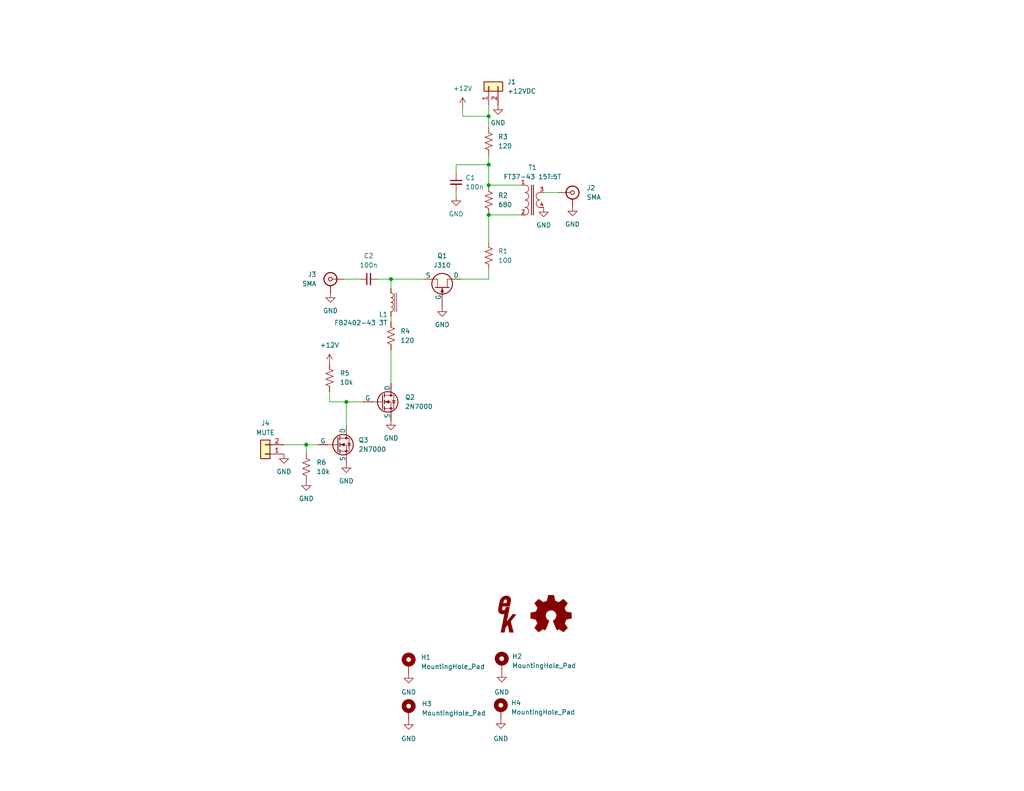
<source format=kicad_sch>
(kicad_sch (version 20230121) (generator eeschema)
  (paper "USLetter")
  (title_block (title "Project Yamhill") (rev "A") (company "Etherkit"))
  (lib_symbols
    (symbol "Connector_Generic:Conn_01x02" (pin_names (offset 1.016) hide)
      (property "Reference" "J" (at 0 2.54 0))
      (property "Value" "Conn_01x02" (at 0 -5.08 0))
      (symbol "Conn_01x02_1_1"
        (rectangle (start -1.27 -2.413) (end 0 -2.667) (stroke (width 0.1524)))
        (rectangle (start -1.27 0.127) (end 0 -0.127) (stroke (width 0.1524)))
        (rectangle (start -1.27 1.27) (end 1.27 -3.81) (stroke (width 0.254)) (fill (type background)))
        (pin passive line (at -5.08 0 0) (length 3.81) (name "Pin_1") (number "1"))
        (pin passive line (at -5.08 -2.54 0) (length 3.81) (name "Pin_2") (number "2"))
      )
    )
    (symbol "Device:C_Small" (pin_numbers hide) (pin_names (offset 0.254) hide)
      (property "Reference" "C" (at 0.254 1.778 0))
      (property "Value" "C_Small" (at 0.254 -2.032 0))
      (symbol "C_Small_0_1"
        (polyline (pts (xy -1.524 -0.508) (xy 1.524 -0.508)) (stroke (width 0.3302)))
        (polyline (pts (xy -1.524 0.508) (xy 1.524 0.508)) (stroke (width 0.3048)))
      )
      (symbol "C_Small_1_1"
        (pin passive line (at 0 2.54 270) (length 2.032) (name "~") (number "1"))
        (pin passive line (at 0 -2.54 90) (length 2.032) (name "~") (number "2"))
      )
    )
    (symbol "Device:L_Iron" (pin_numbers hide) (pin_names (offset 1.016) hide)
      (property "Reference" "L" (at -1.27 0 90))
      (property "Value" "L_Iron" (at 2.794 0 90))
      (symbol "L_Iron_0_1"
        (arc (start 0 -2.54) (mid 0.6323 -1.905) (end 0 -1.27))
        (arc (start 0 -1.27) (mid 0.6323 -0.635) (end 0 0))
        (polyline (pts (xy 1.016 2.54) (xy 1.016 -2.54)))
        (polyline (pts (xy 1.524 -2.54) (xy 1.524 2.54)))
        (arc (start 0 0) (mid 0.6323 0.635) (end 0 1.27))
        (arc (start 0 1.27) (mid 0.6323 1.905) (end 0 2.54))
      )
      (symbol "L_Iron_1_1"
        (pin passive line (at 0 3.81 270) (length 1.27) (name "1") (number "1"))
        (pin passive line (at 0 -3.81 90) (length 1.27) (name "2") (number "2"))
      )
    )
    (symbol "Device:R_US" (pin_numbers hide) (pin_names (offset 0))
      (property "Reference" "R" (at 2.54 0 90))
      (property "Value" "R_US" (at -2.54 0 90))
      (symbol "R_US_0_1"
        (polyline (pts (xy 0 -2.286) (xy 0 -2.54)))
        (polyline (pts (xy 0 2.286) (xy 0 2.54)))
        (polyline (pts (xy 0 -0.762) (xy 1.016 -1.143) (xy 0 -1.524) (xy -1.016 -1.905) (xy 0 -2.286)))
        (polyline (pts (xy 0 0.762) (xy 1.016 0.381) (xy 0 0) (xy -1.016 -0.381) (xy 0 -0.762)))
        (polyline (pts (xy 0 2.286) (xy 1.016 1.905) (xy 0 1.524) (xy -1.016 1.143) (xy 0 0.762)))
      )
      (symbol "R_US_1_1"
        (pin passive line (at 0 3.81 270) (length 1.27) (name "~") (number "1"))
        (pin passive line (at 0 -3.81 90) (length 1.27) (name "~") (number "2"))
      )
    )
    (symbol "EtherkitKicadLibrary:BNC" (pin_numbers hide) (pin_names (offset 1.016) hide)
      (property "Reference" "J" (at 0 4.572 0))
      (property "Value" "BNC" (at 0 2.794 0))
      (symbol "BNC_0_1"
        (circle (center 0 0) (radius 0.508) (stroke (width 0.2032)))
        (circle (center 0 0) (radius 1.778) (stroke (width 0.3048)))
      )
      (symbol "BNC_1_1"
        (pin passive line (at -3.81 0 0) (length 3.302) (name "In") (number "1"))
        (pin passive line (at 0 -3.81 90) (length 1.905) (name "Ext") (number "2"))
      )
    )
    (symbol "EtherkitKicadLibrary:LOGO" (pin_names (offset 1.016))
      (symbol "LOGO_0_0"
        (polyline (pts (xy -0.7475 -4.875) (xy -0.7392 -4.83) (xy -0.7178 -4.7189) (xy -0.6879 -4.5659) (xy -0.6523 -4.3851) (xy -0.6135 -4.1903) (xy -0.5018 -3.6307) (xy -0.197 -3.2903) (xy -0.1646 -3.2542) (xy -0.0551 -3.1338) (xy 0.0366 -3.0352) (xy 0.1017 -2.9677) (xy 0.1315 -2.9408) (xy 0.1365 -2.9489) (xy 0.155 -3.0102) (xy 0.1838 -3.125) (xy 0.2211 -3.2856) (xy 0.2651 -3.4844) (xy 0.3142 -3.7137) (xy 0.3664 -3.9658) (xy 0.5778 -5) (xy 1.1222 -5) (xy 1.2378 -4.9996) (xy 1.4316 -4.9961) (xy 1.5649 -4.989) (xy 1.6419 -4.9777) (xy 1.6666 -4.9622) (xy 1.663 -4.9437) (xy 1.6438 -4.8666) (xy 1.6098 -4.7364) (xy 1.5628 -4.5598) (xy 1.5046 -4.3435) (xy 1.437 -4.0944) (xy 1.3618 -3.8192) (xy 1.2809 -3.5246) (xy 1.2287 -3.3348) (xy 1.1509 -3.0506) (xy 1.0799 -2.7894) (xy 1.0175 -2.5581) (xy 0.9656 -2.3637) (xy 0.926 -2.2129) (xy 0.9005 -2.1127) (xy 0.891 -2.0698) (xy 0.9054 -2.0396) (xy 0.9573 -1.9618) (xy 1.0423 -1.844) (xy 1.1559 -1.6925) (xy 1.2932 -1.5137) (xy 1.4495 -1.3137) (xy 1.6201 -1.099) (xy 1.7685 -0.9135) (xy 1.9293 -0.7119) (xy 2.0731 -0.5312) (xy 2.1948 -0.3776) (xy 2.2896 -0.2573) (xy 2.3525 -0.1766) (xy 2.3786 -0.1416) (xy 2.3787 -0.1415) (xy 2.3748 -0.1247) (xy 2.3346 -0.1129) (xy 2.2506 -0.1052) (xy 2.1151 -0.1012) (xy 1.9205 -0.1) (xy 1.4372 -0.1) (xy 0.6284 -1.132) (xy 0.5759 -1.1989) (xy 0.4011 -1.4209) (xy 0.2406 -1.6235) (xy 0.0987 -1.8012) (xy -0.02 -1.9484) (xy -0.1111 -2.0596) (xy -0.1701 -2.1292) (xy -0.1926 -2.1518) (xy -0.1923 -2.147) (xy -0.1832 -2.0918) (xy -0.1629 -1.9807) (xy -0.1327 -1.8203) (xy -0.0939 -1.6176) (xy -0.048 -1.3794) (xy 0.0038 -1.1127) (xy 0.0601 -0.8241) (xy 0.1194 -0.5207) (xy 0.1806 -0.2092) (xy 0.2422 0.1034) (xy 0.303 0.4104) (xy 0.3614 0.7049) (xy 0.4163 0.98) (xy 0.4662 1.2289) (xy 0.5098 1.4447) (xy 0.5457 1.6206) (xy 0.5727 1.7496) (xy 0.5893 1.825) (xy 0.6072 1.9) (xy 0.1073 1.9) (xy -0.3925 1.9) (xy -0.4342 1.675) (xy -0.499 1.4316) (xy -0.6002 1.2291) (xy -0.7342 1.0838) (xy -0.9006 0.9961) (xy -1.0987 0.9667) (xy -1.1609 0.974) (xy -1.2874 1.0299) (xy -1.3917 1.1269) (xy -1.4526 1.2482) (xy -1.4564 1.2857) (xy -1.4504 1.3934) (xy -1.4298 1.5453) (xy -1.3961 1.7283) (xy -1.3167 2.1167) (xy -0.3327 2.1255) (xy 0.6514 2.1344) (xy 0.7958 2.8849) (xy 0.8025 2.9198) (xy 0.8589 3.2262) (xy 0.8991 3.4782) (xy 0.9233 3.6852) (xy 0.9317 3.8567) (xy 0.9241 4.0019) (xy 0.9007 4.1304) (xy 0.8616 4.2514) (xy 0.8069 4.3744) (xy 0.7638 4.4545) (xy 0.6047 4.6644) (xy 0.4032 4.823) (xy 0.1589 4.9308) (xy -0.1287 4.9878) (xy -0.1579 4.9905) (xy -0.4377 4.9806) (xy -0.7232 4.9128) (xy -1.0046 4.7932) (xy -1.272 4.6277) (xy -1.5155 4.4223) (xy -1.7252 4.183) (xy -1.8913 3.9159) (xy -1.9165 3.8634) (xy -1.9482 3.787) (xy -1.9792 3.6966) (xy -2.0114 3.5851) (xy -2.0466 3.4449) (xy -2.0866 3.2687) (xy -2.1333 3.049) (xy -2.1498 2.968) (xy -1.1571 2.968) (xy -1.1549 2.9908) (xy -1.1525 2.9998) (xy -1.1352 3.0719) (xy -1.1099 3.1842) (xy -1.0812 3.3167) (xy -1.0754 3.3437) (xy -1.0195 3.5554) (xy -0.9547 3.7135) (xy -0.875 3.8295) (xy -0.7744 3.9152) (xy -0.6845 3.9662) (xy -0.5192 4.019) (xy -0.3652 4.0182) (xy -0.2331 3.9646) (xy -0.1335 3.8592) (xy -0.1289 3.8513) (xy -0.0862 3.7421) (xy -0.0719 3.6042) (xy -0.086 3.427) (xy -0.1282 3.2) (xy -0.1834 2.95) (xy -0.6776 2.9408) (xy -0.721 2.94) (xy -0.8996 2.9375) (xy -1.023 2.938) (xy -1.1007 2.9426) (xy -1.1422 2.9523) (xy -1.1571 2.968) (xy -2.1498 2.968) (xy -2.1885 2.7786) (xy -2.254 2.45) (xy -2.2784 2.3256) (xy -2.3436 1.9784) (xy -2.393 1.6859) (xy -2.4271 1.4409) (xy -2.4464 1.2359) (xy -2.4514 1.0636) (xy -2.4429 0.9165) (xy -2.4212 0.7874) (xy -2.3869 0.6687) (xy -2.3194 0.5275) (xy -2.1842 0.3503) (xy -2.0088 0.1938) (xy -1.8079 0.073) (xy -1.7593 0.0508) (xy -1.6803 0.0201) (xy -1.6007 0.0004) (xy -1.504 -0.0106) (xy -1.3737 -0.0155) (xy -1.1932 -0.0166) (xy -1.0296 -0.017) (xy -0.908 -0.0195) (xy -0.8331 -0.0256) (xy -0.7946 -0.0372) (xy -0.7822 -0.0558) (xy -0.7855 -0.0833) (xy -0.7943 -0.1252) (xy -0.8147 -0.2255) (xy -0.8455 -0.3779) (xy -0.8854 -0.5764) (xy -0.9333 -0.8146) (xy -0.9878 -1.0864) (xy -1.0478 -1.3857) (xy -1.112 -1.7062) (xy -1.1792 -2.0418) (xy -1.2481 -2.3862) (xy -1.3175 -2.7333) (xy -1.3861 -3.0769) (xy -1.4528 -3.4108) (xy -1.5163 -3.7289) (xy -1.5753 -4.0248) (xy -1.6286 -4.2926) (xy -1.675 -4.5259) (xy -1.7133 -4.7185) (xy -1.7422 -4.8644) (xy -1.7604 -4.9573) (xy -1.7667 -4.991) (xy -1.7588 -4.9926) (xy -1.6988 -4.9955) (xy -1.5893 -4.9978) (xy -1.442 -4.9994) (xy -1.2682 -5) (xy -0.7697 -5) (xy -0.7475 -4.875)) (stroke (width 0.01)) (fill (type outline)))
      )
    )
    (symbol "EtherkitKicadLibrary:TRANSFORMER_STEP" (pin_names (offset 1.016) hide)
      (property "Reference" "T" (at 0 8.763 0))
      (property "Value" "TRANSFORMER" (at 0 6.858 0))
      (symbol "TRANSFORMER_STEP_0_1"
        (arc (start -2.032 -4.064) (mid -1.0204 -3.048) (end -2.032 -2.032) (stroke (width 0.1524)))
        (arc (start -2.032 -2.032) (mid -1.0204 -1.016) (end -2.032 0) (stroke (width 0.1524)))
        (arc (start -2.032 0) (mid -1.0204 1.016) (end -2.032 2.032) (stroke (width 0.1524)))
        (arc (start -2.032 2.032) (mid -1.0204 3.048) (end -2.032 4.064) (stroke (width 0.1524)))
        (polyline (pts (xy -0.254 4.064) (xy -0.254 -4.064)) (stroke (width 0.2286)))
        (polyline (pts (xy 0.254 4.064) (xy 0.254 -4.064)) (stroke (width 0.2286)))
        (arc (start 2.0276 0) (mid 1.016 -1.016) (end 2.0276 -2.032) (stroke (width 0.1524)))
        (arc (start 2.0276 2.032) (mid 1.016 1.016) (end 2.0276 0) (stroke (width 0.1524)))
      )
      (symbol "TRANSFORMER_STEP_1_1"
        (pin passive line (at -3.048 4.064 0) (length 1.016) (name "1") (number "1"))
        (pin passive line (at -3.048 -4.064 0) (length 1.016) (name "2") (number "2"))
        (pin passive line (at 3.048 2.032 180) (length 1.016) (name "3") (number "3"))
        (pin passive line (at 3.048 -2.032 180) (length 1.016) (name "4") (number "4"))
      )
    )
    (symbol "Graphic:Logo_Open_Hardware_Small" (in_bom no) (on_board no)
      (symbol "Logo_Open_Hardware_Small_0_1"
        (polyline (pts (xy 3.3528 -4.3434) (xy 3.302 -4.318) (xy 3.175 -4.2418) (xy 2.9972 -4.1148) (xy 2.7686 -3.9624) (xy 2.54 -3.81) (xy 2.3622 -3.7084) (xy 2.2352 -3.6068) (xy 2.1844 -3.5814) (xy 2.159 -3.6068) (xy 2.0574 -3.6576) (xy 1.905 -3.7338) (xy 1.8034 -3.7846) (xy 1.6764 -3.8354) (xy 1.6002 -3.8354) (xy 1.6002 -3.8354) (xy 1.5494 -3.7338) (xy 1.4732 -3.5306) (xy 1.3462 -3.302) (xy 1.2446 -3.0226) (xy 1.1176 -2.7178) (xy 0.9652 -2.413) (xy 0.8636 -2.1082) (xy 0.7366 -1.8288) (xy 0.6604 -1.6256) (xy 0.6096 -1.4732) (xy 0.5842 -1.397) (xy 0.5842 -1.397) (xy 0.6604 -1.3208) (xy 0.7874 -1.2446) (xy 1.0414 -1.016) (xy 1.2954 -0.6858) (xy 1.4478 -0.3302) (xy 1.524 0.0762) (xy 1.4732 0.4572) (xy 1.3208 0.8128) (xy 1.0668 1.143) (xy 0.762 1.3716) (xy 0.4064 1.524) (xy 0 1.5748) (xy -0.381 1.5494) (xy -0.7366 1.397) (xy -1.0668 1.143) (xy -1.2192 0.9906) (xy -1.397 0.6604) (xy -1.524 0.3048) (xy -1.524 0.2286) (xy -1.4986 -0.1778) (xy -1.397 -0.5334) (xy -1.1938 -0.8636) (xy -0.9144 -1.143) (xy -0.8636 -1.1684) (xy -0.7366 -1.27) (xy -0.635 -1.3462) (xy -0.5842 -1.397) (xy -1.0668 -2.5908) (xy -1.143 -2.794) (xy -1.2954 -3.1242) (xy -1.397 -3.4036) (xy -1.4986 -3.6322) (xy -1.5748 -3.7846) (xy -1.6002 -3.8354) (xy -1.6002 -3.8354) (xy -1.651 -3.8354) (xy -1.7272 -3.81) (xy -1.905 -3.7338) (xy -2.0066 -3.683) (xy -2.1336 -3.6068) (xy -2.2098 -3.5814) (xy -2.2606 -3.6068) (xy -2.3622 -3.683) (xy -2.54 -3.81) (xy -2.7686 -3.9624) (xy -2.9718 -4.0894) (xy -3.1496 -4.2164) (xy -3.302 -4.318) (xy -3.3528 -4.3434) (xy -3.3782 -4.3434) (xy -3.429 -4.318) (xy -3.5306 -4.2164) (xy -3.7084 -4.064) (xy -3.937 -3.8354) (xy -3.9624 -3.81) (xy -4.1656 -3.6068) (xy -4.318 -3.4544) (xy -4.4196 -3.3274) (xy -4.445 -3.2766) (xy -4.445 -3.2766) (xy -4.4196 -3.2258) (xy -4.318 -3.0734) (xy -4.2164 -2.8956) (xy -4.064 -2.667) (xy -3.6576 -2.0828) (xy -3.8862 -1.5494) (xy -3.937 -1.3716) (xy -4.0386 -1.1684) (xy -4.0894 -1.0414) (xy -4.1148 -0.9652) (xy -4.191 -0.9398) (xy -4.318 -0.9144) (xy -4.5466 -0.8636) (xy -4.8006 -0.8128) (xy -5.0546 -0.7874) (xy -5.2578 -0.7366) (xy -5.4356 -0.7112) (xy -5.5118 -0.6858) (xy -5.5118 -0.6858) (xy -5.5372 -0.635) (xy -5.5372 -0.5588) (xy -5.5372 -0.4318) (xy -5.5626 -0.2286) (xy -5.5626 0.0762) (xy -5.5626 0.127) (xy -5.5372 0.4064) (xy -5.5372 0.635) (xy -5.5372 0.762) (xy -5.5372 0.8382) (xy -5.5372 0.8382) (xy -5.461 0.8382) (xy -5.3086 0.889) (xy -5.08 0.9144) (xy -4.826 0.9652) (xy -4.8006 0.9906) (xy -4.5466 1.0414) (xy -4.318 1.0668) (xy -4.1656 1.1176) (xy -4.0894 1.143) (xy -4.0894 1.143) (xy -4.0386 1.2446) (xy -3.9624 1.4224) (xy -3.8608 1.6256) (xy -3.7846 1.8288) (xy -3.7084 2.0066) (xy -3.6576 2.159) (xy -3.6322 2.2098) (xy -3.6322 2.2098) (xy -3.683 2.286) (xy -3.7592 2.413) (xy -3.8862 2.5908) (xy -4.064 2.8194) (xy -4.064 2.8448) (xy -4.2164 3.0734) (xy -4.3434 3.2512) (xy -4.4196 3.3782) (xy -4.445 3.4544) (xy -4.445 3.4544) (xy -4.3942 3.5052) (xy -4.2926 3.6322) (xy -4.1148 3.81) (xy -3.937 4.0132) (xy -3.8608 4.064) (xy -3.6576 4.2926) (xy -3.5052 4.4196) (xy -3.4036 4.4958) (xy -3.3528 4.5212) (xy -3.3528 4.5212) (xy -3.302 4.4704) (xy -3.1496 4.3688) (xy -2.9718 4.2418) (xy -2.7432 4.0894) (xy -2.7178 4.0894) (xy -2.4892 3.937) (xy -2.3114 3.81) (xy -2.1844 3.7084) (xy -2.1336 3.683) (xy -2.1082 3.683) (xy -2.032 3.7084) (xy -1.8542 3.7592) (xy -1.6764 3.8354) (xy -1.4732 3.937) (xy -1.27 4.0132) (xy -1.143 4.064) (xy -1.0668 4.1148) (xy -1.0668 4.1148) (xy -1.0414 4.191) (xy -1.016 4.3434) (xy -0.9652 4.572) (xy -0.9144 4.8514) (xy -0.889 4.9022) (xy -0.8382 5.1562) (xy -0.8128 5.3848) (xy -0.7874 5.5372) (xy -0.762 5.588) (xy -0.7112 5.6134) (xy -0.5842 5.6134) (xy -0.4064 5.6134) (xy -0.1524 5.6134) (xy 0.0762 5.6134) (xy 0.3302 5.6134) (xy 0.5334 5.6134) (xy 0.6858 5.588) (xy 0.7366 5.588) (xy 0.7366 5.588) (xy 0.762 5.5118) (xy 0.8128 5.334) (xy 0.8382 5.1054) (xy 0.9144 4.826) (xy 0.9144 4.7752) (xy 0.9652 4.5212) (xy 1.016 4.2926) (xy 1.0414 4.1402) (xy 1.0668 4.0894) (xy 1.0668 4.0894) (xy 1.1938 4.0386) (xy 1.3716 3.9624) (xy 1.5748 3.8608) (xy 2.0828 3.6576) (xy 2.7178 4.0894) (xy 2.7686 4.1402) (xy 2.9972 4.2926) (xy 3.175 4.4196) (xy 3.302 4.4958) (xy 3.3782 4.5212) (xy 3.3782 4.5212) (xy 3.429 4.4704) (xy 3.556 4.3434) (xy 3.7338 4.191) (xy 3.9116 3.9878) (xy 4.064 3.8354) (xy 4.2418 3.6576) (xy 4.3434 3.556) (xy 4.4196 3.4798) (xy 4.4196 3.429) (xy 4.4196 3.4036) (xy 4.3942 3.3274) (xy 4.2926 3.2004) (xy 4.1656 2.9972) (xy 4.0132 2.794) (xy 3.8862 2.5908) (xy 3.7592 2.3876) (xy 3.6576 2.2352) (xy 3.6322 2.159) (xy 3.6322 2.1336) (xy 3.683 2.0066) (xy 3.7592 1.8288) (xy 3.8608 1.6002) (xy 4.064 1.1176) (xy 4.3942 1.0414) (xy 4.5974 1.016) (xy 4.8768 0.9652) (xy 5.1308 0.9144) (xy 5.5372 0.8382) (xy 5.5626 -0.6604) (xy 5.4864 -0.6858) (xy 5.4356 -0.6858) (xy 5.2832 -0.7366) (xy 5.0546 -0.762) (xy 4.8006 -0.8128) (xy 4.5974 -0.8636) (xy 4.3688 -0.9144) (xy 4.2164 -0.9398) (xy 4.1402 -0.9398) (xy 4.1148 -0.9652) (xy 4.064 -1.0668) (xy 3.9878 -1.2446) (xy 3.9116 -1.4478) (xy 3.81 -1.651) (xy 3.7338 -1.8542) (xy 3.683 -2.0066) (xy 3.6576 -2.0828) (xy 3.683 -2.1336) (xy 3.7846 -2.2606) (xy 3.8862 -2.4638) (xy 4.0386 -2.667) (xy 4.191 -2.8956) (xy 4.318 -3.0734) (xy 4.3942 -3.2004) (xy 4.445 -3.2766) (xy 4.4196 -3.3274) (xy 4.3434 -3.429) (xy 4.1656 -3.5814) (xy 3.937 -3.8354) (xy 3.8862 -3.8608) (xy 3.683 -4.064) (xy 3.5306 -4.2164) (xy 3.4036 -4.318) (xy 3.3528 -4.3434)) (fill (type outline)))
      )
    )
    (symbol "Mechanical:MountingHole_Pad" (pin_numbers hide) (pin_names (offset 1.016) hide)
      (property "Reference" "H" (at 0 6.35 0))
      (property "Value" "MountingHole_Pad" (at 0 4.445 0))
      (symbol "MountingHole_Pad_0_1"
        (circle (center 0 1.27) (radius 1.27) (stroke (width 1.27)))
      )
      (symbol "MountingHole_Pad_1_1"
        (pin input line (at 0 -2.54 90) (length 2.54) (name "1") (number "1"))
      )
    )
    (symbol "Simulation_SPICE:NJFET" (pin_numbers hide) (pin_names (offset 0))
      (property "Reference" "Q" (at 5.08 1.27 0))
      (property "Value" "NJFET" (at 5.08 -1.27 0))
      (symbol "NJFET_0_1"
        (polyline (pts (xy 0.254 1.905) (xy 0.254 -1.905) (xy 0.254 -1.905)) (stroke (width 0.254)))
        (polyline (pts (xy 2.54 -2.54) (xy 2.54 -1.27) (xy 0.254 -1.27)))
        (polyline (pts (xy 2.54 2.54) (xy 2.54 1.397) (xy 0.254 1.397)))
        (polyline (pts (xy 0 0) (xy -1.016 0.381) (xy -1.016 -0.381) (xy 0 0)) (fill (type outline)))
        (circle (center 1.27 0) (radius 2.8194) (stroke (width 0.254)))
      )
      (symbol "NJFET_1_1"
        (pin passive line (at 2.54 5.08 270) (length 2.54) (name "D") (number "1"))
        (pin input line (at -5.08 0 0) (length 5.334) (name "G") (number "2"))
        (pin passive line (at 2.54 -5.08 90) (length 2.54) (name "S") (number "3"))
      )
    )
    (symbol "Simulation_SPICE:NMOS" (pin_numbers hide) (pin_names (offset 0))
      (property "Reference" "Q" (at 5.08 1.27 0))
      (property "Value" "NMOS" (at 5.08 -1.27 0))
      (symbol "NMOS_0_1"
        (polyline (pts (xy 0.254 0) (xy -2.54 0)))
        (polyline (pts (xy 0.254 1.905) (xy 0.254 -1.905)) (stroke (width 0.254)))
        (polyline (pts (xy 0.762 -1.27) (xy 0.762 -2.286)) (stroke (width 0.254)))
        (polyline (pts (xy 0.762 0.508) (xy 0.762 -0.508)) (stroke (width 0.254)))
        (polyline (pts (xy 0.762 2.286) (xy 0.762 1.27)) (stroke (width 0.254)))
        (polyline (pts (xy 2.54 2.54) (xy 2.54 1.778)))
        (polyline (pts (xy 2.54 -2.54) (xy 2.54 0) (xy 0.762 0)))
        (polyline (pts (xy 0.762 -1.778) (xy 3.302 -1.778) (xy 3.302 1.778) (xy 0.762 1.778)))
        (polyline (pts (xy 1.016 0) (xy 2.032 0.381) (xy 2.032 -0.381) (xy 1.016 0)) (fill (type outline)))
        (polyline (pts (xy 2.794 0.508) (xy 2.921 0.381) (xy 3.683 0.381) (xy 3.81 0.254)))
        (polyline (pts (xy 3.302 0.381) (xy 2.921 -0.254) (xy 3.683 -0.254) (xy 3.302 0.381)))
        (circle (center 1.651 0) (radius 2.794) (stroke (width 0.254)))
        (circle (center 2.54 -1.778) (radius 0.254) (fill (type outline)))
        (circle (center 2.54 1.778) (radius 0.254) (fill (type outline)))
      )
      (symbol "NMOS_1_1"
        (pin passive line (at 2.54 5.08 270) (length 2.54) (name "D") (number "1"))
        (pin input line (at -5.08 0 0) (length 2.54) (name "G") (number "2"))
        (pin passive line (at 2.54 -5.08 90) (length 2.54) (name "S") (number "3"))
      )
    )
    (symbol "power:+12V" (power) (pin_names (offset 0))
      (property "Value" "+12V" (at 0 3.556 0))
      (symbol "+12V_0_1"
        (polyline (pts (xy -0.762 1.27) (xy 0 2.54)))
        (polyline (pts (xy 0 0) (xy 0 2.54)))
        (polyline (pts (xy 0 2.54) (xy 0.762 1.27)))
      )
      (symbol "+12V_1_1"
        (pin power_in line (at 0 0 90) (length 0) hide (name "+12V") (number "1"))
      )
    )
    (symbol "power:GND" (power) (pin_names (offset 0))
      (property "Value" "GND" (at 0 -3.81 0))
      (symbol "GND_0_1"
        (polyline (pts (xy 0 0) (xy 0 -1.27) (xy 1.27 -1.27) (xy 0 -2.54) (xy -1.27 -1.27) (xy 0 -1.27)))
      )
      (symbol "GND_1_1"
        (pin power_in line (at 0 0 270) (length 0) hide (name "GND") (number "1"))
      )
    )
  )
  (junction (at 83.566 121.412))
  (junction (at 106.68 76.2))
  (junction (at 133.35 31.75))
  (junction (at 133.35 50.546))
  (junction (at 133.35 58.674))
  (junction (at 133.35 44.958))
  (junction (at 94.488 109.728))
  (wire (pts (xy 124.46 52.324) (xy 124.46 53.594)))
  (wire (pts (xy 133.35 42.418) (xy 133.35 44.958)))
  (wire (pts (xy 126.238 29.21) (xy 126.238 31.75)))
  (wire (pts (xy 83.566 121.412) (xy 83.566 123.698)))
  (wire (pts (xy 133.35 58.674) (xy 142.24 58.674)))
  (wire (pts (xy 89.916 109.728) (xy 94.488 109.728)))
  (wire (pts (xy 133.35 50.546) (xy 133.35 50.8)))
  (wire (pts (xy 106.68 86.36) (xy 106.68 87.884)))
  (wire (pts (xy 133.35 28.702) (xy 133.35 31.75)))
  (wire (pts (xy 89.916 106.934) (xy 89.916 109.728)))
  (wire (pts (xy 133.35 76.2) (xy 125.73 76.2)))
  (wire (pts (xy 133.35 31.75) (xy 133.35 34.798)))
  (wire (pts (xy 133.35 58.674) (xy 133.35 66.04)))
  (wire (pts (xy 133.35 73.66) (xy 133.35 76.2)))
  (wire (pts (xy 106.68 76.2) (xy 106.68 78.74)))
  (wire (pts (xy 103.124 76.2) (xy 106.68 76.2)))
  (wire (pts (xy 133.35 58.42) (xy 133.35 58.674)))
  (wire (pts (xy 106.68 76.2) (xy 115.57 76.2)))
  (wire (pts (xy 124.46 44.958) (xy 133.35 44.958)))
  (wire (pts (xy 126.238 31.75) (xy 133.35 31.75)))
  (wire (pts (xy 106.68 95.504) (xy 106.68 104.648)))
  (wire (pts (xy 93.98 76.2) (xy 98.044 76.2)))
  (wire (pts (xy 133.35 50.546) (xy 142.24 50.546)))
  (wire (pts (xy 133.35 44.958) (xy 133.35 50.546)))
  (wire (pts (xy 94.488 109.728) (xy 99.06 109.728)))
  (wire (pts (xy 77.47 121.412) (xy 83.566 121.412)))
  (wire (pts (xy 83.566 121.412) (xy 86.868 121.412)))
  (wire (pts (xy 124.46 47.244) (xy 124.46 44.958)))
  (wire (pts (xy 148.336 52.578) (xy 152.4 52.578)))
  (wire (pts (xy 94.488 109.728) (xy 94.488 116.332)))
  (symbol (lib_id "power:GND") (at 136.652 196.342 0) (unit 1)
    (property "Reference" "#PWR04" (effects hide))
    (property "Value" "GND" (at 136.652 201.676 0))
  )
  (symbol (lib_id "power:GND") (at 94.488 126.492 0) (unit 1)
    (property "Reference" "#PWR014" (effects hide))
    (property "Value" "GND" (at 94.488 131.318 0))
  )
  (symbol (lib_id "EtherkitKicadLibrary:BNC") (at 90.17 76.2 0) (mirror y) (unit 1)
    (property "Reference" "J3" (at 86.36 74.93 0) (effects (justify left)))
    (property "Value" "SMA" (at 86.36 77.47 0) (effects (justify left)))
  )
  (symbol (lib_id "Device:C_Small") (at 100.584 76.2 90) (unit 1)
    (property "Reference" "C2" (at 100.5903 69.85 90))
    (property "Value" "100n" (at 100.5903 72.39 90))
  )
  (symbol (lib_id "power:GND") (at 111.506 196.596 0) (unit 1)
    (property "Reference" "#PWR02" (effects hide))
    (property "Value" "GND" (at 111.506 201.676 0))
  )
  (symbol (lib_id "power:+12V") (at 126.238 29.21 0) (unit 1)
    (property "Reference" "#PWR011" (effects hide))
    (property "Value" "+12V" (at 126.238 24.13 0))
  )
  (symbol (lib_id "power:GND") (at 106.68 114.808 0) (unit 1)
    (property "Reference" "#PWR013" (effects hide))
    (property "Value" "GND" (at 106.68 119.634 0))
  )
  (symbol (lib_id "power:GND") (at 90.17 80.01 0) (unit 1)
    (property "Reference" "#PWR08" (effects hide))
    (property "Value" "GND" (at 90.17 84.836 0))
  )
  (symbol (lib_id "Graphic:Logo_Open_Hardware_Small") (at 150.368 168.148 0) (unit 1) (in_bom no) (on_board no)
    (property "Reference" "#SYM1" (effects hide))
    (property "Value" "Logo_Open_Hardware_Small" (effects hide))
    (property "Footprint" "EtherkitKicadLibrary:OSHWLogo4mm" (effects hide))
    (property "Sim.Enable" "0" (effects hide))
  )
  (symbol (lib_id "power:GND") (at 124.46 53.594 0) (unit 1)
    (property "Reference" "#PWR05" (effects hide))
    (property "Value" "GND" (at 124.46 58.42 0))
  )
  (symbol (lib_id "power:GND") (at 156.21 56.388 0) (unit 1)
    (property "Reference" "#PWR010" (effects hide))
    (property "Value" "GND" (at 156.21 61.214 0))
  )
  (symbol (lib_id "EtherkitKicadLibrary:BNC") (at 156.21 52.578 0) (unit 1)
    (property "Reference" "J2" (at 160.02 51.308 0) (effects (justify left)))
    (property "Value" "SMA" (at 160.02 53.848 0) (effects (justify left)))
  )
  (symbol (lib_id "power:+12V") (at 89.916 99.314 0) (unit 1)
    (property "Reference" "#PWR012" (effects hide))
    (property "Value" "+12V" (at 89.916 94.234 0))
  )
  (symbol (lib_id "power:GND") (at 111.506 183.896 0) (unit 1)
    (property "Reference" "#PWR01" (effects hide))
    (property "Value" "GND" (at 111.506 188.976 0))
  )
  (symbol (lib_id "Simulation_SPICE:NMOS") (at 91.948 121.412 0) (unit 1)
    (property "Reference" "Q3" (at 97.79 120.142 0) (effects (justify left)))
    (property "Value" "2N7000" (at 97.79 122.682 0) (effects (justify left)))
    (property "Datasheet" "https://ngspice.sourceforge.io/docs/ngspice-manual.pdf" (effects hide))
    (property "Sim.Device" "NMOS" (effects hide))
    (property "Sim.Type" "VDMOS" (effects hide))
    (property "Sim.Pins" "1=D 2=G 3=S" (effects hide))
  )
  (symbol (lib_id "Connector_Generic:Conn_01x02") (at 133.35 23.622 90) (unit 1)
    (property "Reference" "J1" (at 138.43 22.352 90) (effects (justify right)))
    (property "Value" "+12VDC" (at 138.43 24.892 90) (effects (justify right)))
  )
  (symbol (lib_id "power:GND") (at 77.47 123.952 0) (unit 1)
    (property "Reference" "#PWR016" (effects hide))
    (property "Value" "GND" (at 77.47 128.778 0))
  )
  (symbol (lib_id "Mechanical:MountingHole_Pad") (at 111.506 181.356 0) (unit 1)
    (property "Reference" "H1" (at 114.808 179.451 0) (effects (justify left)))
    (property "Value" "MountingHole_Pad" (at 114.808 181.991 0) (effects (justify left)))
    (property "Footprint" "MountingHole:MountingHole_3.2mm_M3_Pad_Via" (effects hide))
  )
  (symbol (lib_id "Device:R_US") (at 133.35 54.61 0) (unit 1)
    (property "Reference" "R2" (at 135.89 53.34 0) (effects (justify left)))
    (property "Value" "680" (at 135.89 55.88 0) (effects (justify left)))
  )
  (symbol (lib_id "Connector_Generic:Conn_01x02") (at 72.39 123.952 180) (unit 1)
    (property "Reference" "J4" (at 72.39 115.57 0))
    (property "Value" "MUTE" (at 72.39 118.11 0))
  )
  (symbol (lib_id "EtherkitKicadLibrary:LOGO") (at 138.43 167.64 0) (unit 1)
    (property "Reference" "#G1" (effects hide))
    (property "Value" "LOGO" (effects hide))
    (property "Footprint" "EtherkitKicadLibrary:EtherkitLogoSmall" (effects hide))
  )
  (symbol (lib_id "Device:R_US") (at 83.566 127.508 0) (unit 1)
    (property "Reference" "R6" (at 86.36 126.238 0) (effects (justify left)))
    (property "Value" "10k" (at 86.36 128.778 0) (effects (justify left)))
  )
  (symbol (lib_id "Simulation_SPICE:NJFET") (at 120.65 78.74 270) (mirror x) (unit 1)
    (property "Reference" "Q1" (at 120.65 69.85 90))
    (property "Value" "J310" (at 120.65 72.39 90))
    (property "Sim.Device" "NJFET" (effects hide))
    (property "Sim.Type" "SHICHMANHODGES" (effects hide))
    (property "Sim.Pins" "1=D 2=G 3=S" (effects hide))
  )
  (symbol (lib_id "Device:R_US") (at 106.68 91.694 0) (unit 1)
    (property "Reference" "R4" (at 109.22 90.424 0) (effects (justify left)))
    (property "Value" "120" (at 109.22 92.964 0) (effects (justify left)))
  )
  (symbol (lib_id "Device:C_Small") (at 124.46 49.784 0) (unit 1)
    (property "Reference" "C1" (at 127 48.5203 0) (effects (justify left)))
    (property "Value" "100n" (at 127 51.0603 0) (effects (justify left)))
  )
  (symbol (lib_id "power:GND") (at 135.89 28.702 0) (unit 1)
    (property "Reference" "#PWR06" (effects hide))
    (property "Value" "GND" (at 135.89 33.528 0))
  )
  (symbol (lib_id "Simulation_SPICE:NMOS") (at 104.14 109.728 0) (unit 1)
    (property "Reference" "Q2" (at 110.49 108.458 0) (effects (justify left)))
    (property "Value" "2N7000" (at 110.49 110.998 0) (effects (justify left)))
    (property "Datasheet" "https://ngspice.sourceforge.io/docs/ngspice-manual.pdf" (effects hide))
    (property "Sim.Device" "NMOS" (effects hide))
    (property "Sim.Type" "VDMOS" (effects hide))
    (property "Sim.Pins" "1=D 2=G 3=S" (effects hide))
  )
  (symbol (lib_id "Mechanical:MountingHole_Pad") (at 111.506 194.056 0) (unit 1)
    (property "Reference" "H3" (at 115.062 192.151 0) (effects (justify left)))
    (property "Value" "MountingHole_Pad" (at 115.062 194.691 0) (effects (justify left)))
    (property "Footprint" "MountingHole:MountingHole_3.2mm_M3_Pad_Via" (effects hide))
  )
  (symbol (lib_id "power:GND") (at 120.65 83.82 0) (unit 1)
    (property "Reference" "#PWR07" (effects hide))
    (property "Value" "GND" (at 120.65 88.646 0))
  )
  (symbol (lib_id "Device:R_US") (at 133.35 69.85 0) (unit 1)
    (property "Reference" "R1" (at 135.89 68.58 0) (effects (justify left)))
    (property "Value" "100" (at 135.89 71.12 0) (effects (justify left)))
  )
  (symbol (lib_id "power:GND") (at 136.906 183.642 0) (unit 1)
    (property "Reference" "#PWR03" (effects hide))
    (property "Value" "GND" (at 136.906 188.976 0))
  )
  (symbol (lib_id "Device:R_US") (at 89.916 103.124 0) (unit 1)
    (property "Reference" "R5" (at 92.71 101.854 0) (effects (justify left)))
    (property "Value" "10k" (at 92.71 104.394 0) (effects (justify left)))
  )
  (symbol (lib_id "power:GND") (at 83.566 131.318 0) (unit 1)
    (property "Reference" "#PWR015" (effects hide))
    (property "Value" "GND" (at 83.566 136.144 0))
  )
  (symbol (lib_id "power:GND") (at 148.336 56.642 0) (unit 1)
    (property "Reference" "#PWR09" (effects hide))
    (property "Value" "GND" (at 148.336 61.468 0))
  )
  (symbol (lib_id "Mechanical:MountingHole_Pad") (at 136.652 193.802 0) (unit 1)
    (property "Reference" "H4" (at 139.446 191.897 0) (effects (justify left)))
    (property "Value" "MountingHole_Pad" (at 139.446 194.437 0) (effects (justify left)))
    (property "Footprint" "MountingHole:MountingHole_3.2mm_M3_Pad_Via" (effects hide))
  )
  (symbol (lib_id "Device:L_Iron") (at 106.68 82.55 0) (unit 1)
    (property "Reference" "L1" (at 103.378 85.852 0) (effects (justify left)))
    (property "Value" "FB2402-43 3T" (at 91.186 88.138 0) (effects (justify left)))
  )
  (symbol (lib_id "EtherkitKicadLibrary:TRANSFORMER_STEP") (at 145.288 54.61 0) (unit 1)
    (property "Reference" "T1" (at 145.2858 45.72 0))
    (property "Value" "FT37-43 15T:5T" (at 145.2858 48.26 0))
  )
  (symbol (lib_id "Mechanical:MountingHole_Pad") (at 136.906 181.102 0) (unit 1)
    (property "Reference" "H2" (at 139.7 179.197 0) (effects (justify left)))
    (property "Value" "MountingHole_Pad" (at 139.7 181.737 0) (effects (justify left)))
    (property "Footprint" "MountingHole:MountingHole_3.2mm_M3_Pad_Via" (effects hide))
  )
  (symbol (lib_id "Device:R_US") (at 133.35 38.608 0) (unit 1)
    (property "Reference" "R3" (at 135.89 37.338 0) (effects (justify left)))
    (property "Value" "120" (at 135.89 39.878 0) (effects (justify left)))
  )
)
</source>
